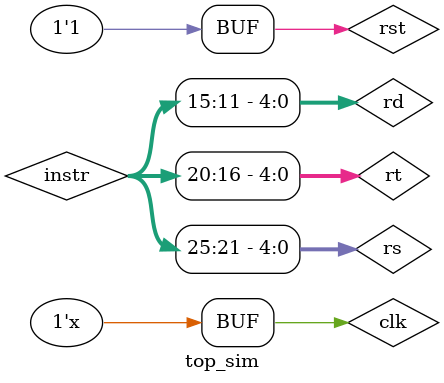
<source format=v>
`timescale 1ns / 1ps


module top_sim(

    );
	
	reg clk = 1;
	reg rst = 1;
	wire [31:0] writedata, instr, dataadr;
	wire memwrite;
	wire [4:0] rs, rt, rd;

	top topmudule(
		.clk(clk),
		.rst(rst),
		.writedata(writedata),
		.memwrite(memwrite),
		.instr(instr),
		.dataadr(dataadr)
	);

	assign rs = instr[25:21];
	assign rt = instr[20:16];
	assign rd = instr[15:11];
	always #10 clk = ~clk;

	initial begin
		#200 rst = ~rst;
	end

endmodule

</source>
